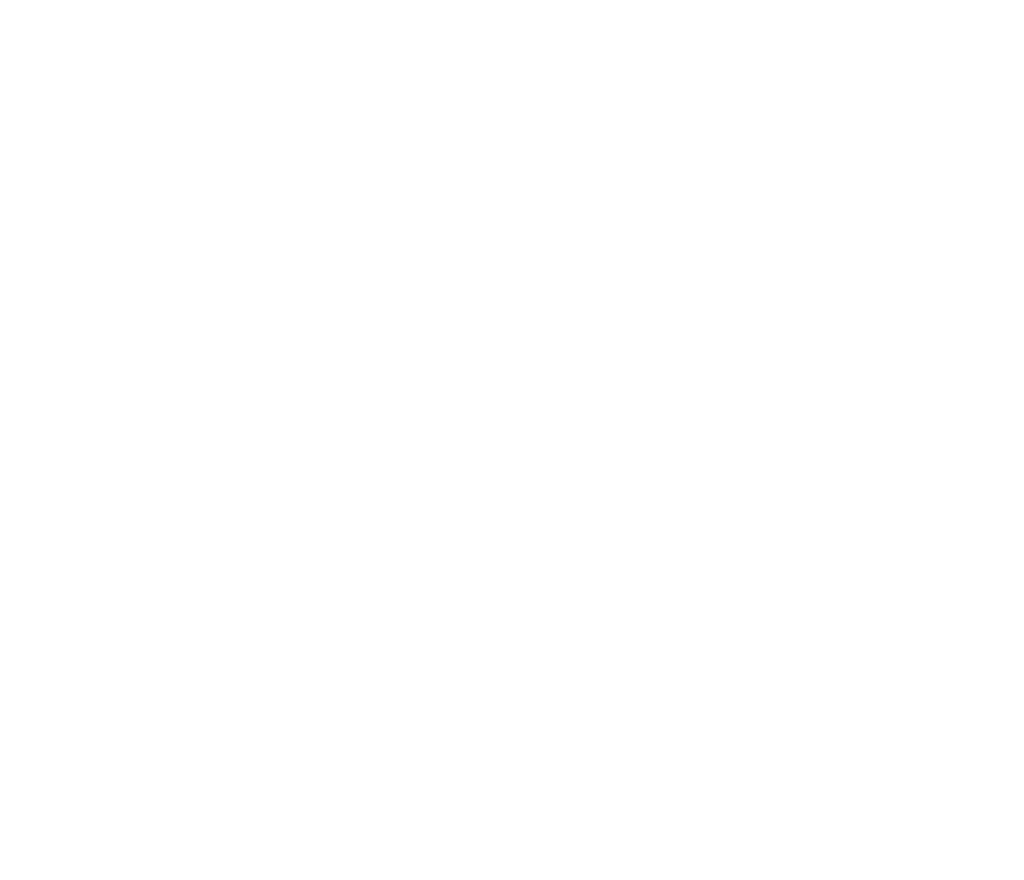
<source format=kicad_pcb>
(kicad_pcb
	(version 20241229)
	(generator "pcbnew")
	(generator_version "9.0")
	(general
		(thickness 1.6)
		(legacy_teardrops no)
	)
	(paper "A4")
	(layers
		(0 "F.Cu" power)
		(2 "B.Cu" power)
		(9 "F.Adhes" user "F.Adhesive")
		(11 "B.Adhes" user "B.Adhesive")
		(13 "F.Paste" user)
		(15 "B.Paste" user)
		(5 "F.SilkS" user "F.Silkscreen")
		(7 "B.SilkS" user "B.Silkscreen")
		(1 "F.Mask" user)
		(3 "B.Mask" user)
		(17 "Dwgs.User" user "User.Drawings")
		(19 "Cmts.User" user "User.Comments")
		(21 "Eco1.User" user "User.Eco1")
		(23 "Eco2.User" user "User.Eco2")
		(25 "Edge.Cuts" user)
		(27 "Margin" user)
		(31 "F.CrtYd" user "F.Courtyard")
		(29 "B.CrtYd" user "B.Courtyard")
		(35 "F.Fab" user)
		(33 "B.Fab" user)
		(39 "User.1" user)
		(41 "User.2" user)
		(43 "User.3" user)
		(45 "User.4" user)
	)
	(setup
		(pad_to_mask_clearance 0)
		(allow_soldermask_bridges_in_footprints no)
		(tenting front back)
		(pcbplotparams
			(layerselection 0x00000000_00000000_55555555_5755f5ff)
			(plot_on_all_layers_selection 0x00000000_00000000_00000000_00000000)
			(disableapertmacros no)
			(usegerberextensions no)
			(usegerberattributes yes)
			(usegerberadvancedattributes yes)
			(creategerberjobfile yes)
			(dashed_line_dash_ratio 12.000000)
			(dashed_line_gap_ratio 3.000000)
			(svgprecision 4)
			(plotframeref no)
			(mode 1)
			(useauxorigin no)
			(hpglpennumber 1)
			(hpglpenspeed 20)
			(hpglpendiameter 15.000000)
			(pdf_front_fp_property_popups yes)
			(pdf_back_fp_property_popups yes)
			(pdf_metadata yes)
			(pdf_single_document no)
			(dxfpolygonmode yes)
			(dxfimperialunits yes)
			(dxfusepcbnewfont yes)
			(psnegative no)
			(psa4output no)
			(plot_black_and_white yes)
			(sketchpadsonfab no)
			(plotpadnumbers no)
			(hidednponfab no)
			(sketchdnponfab yes)
			(crossoutdnponfab yes)
			(subtractmaskfromsilk no)
			(outputformat 1)
			(mirror no)
			(drillshape 1)
			(scaleselection 1)
			(outputdirectory "")
		)
	)
	(net 0 "")
	(zone
		(net 0)
		(net_name "")
		(layers "F.Cu" "B.Cu")
		(uuid "3720b507-b8f8-4ece-85a8-7b19fe7a21ca")
		(hatch none 0.5)
		(connect_pads
			(clearance 0.5)
		)
		(min_thickness 0.25)
		(filled_areas_thickness no)
		(fill
			(thermal_gap 0.5)
			(thermal_bridge_width 0.5)
			(island_removal_mode 1)
			(island_area_min 10)
		)
		(polygon
			(pts
				(xy 120.5 34.5) (xy 227.5 34) (xy 227.5 126) (xy 120.5 126)
			)
		)
	)
	(embedded_fonts no)
)

</source>
